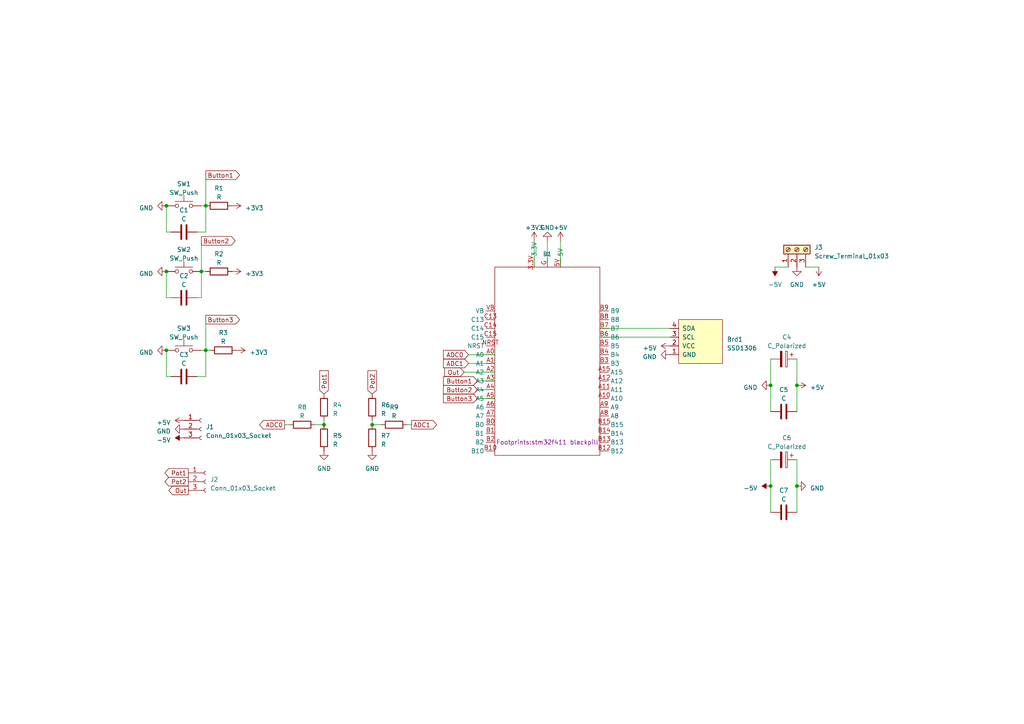
<source format=kicad_sch>
(kicad_sch (version 20230121) (generator eeschema)
  (paper "A4")
  (lib_symbols
    (symbol "Connector:Conn_01x03_Socket" (pin_names (offset 1.016) hide)
      (property "Reference" "J" (at 0 5.08 0))
      (property "Value" "Conn_01x03_Socket" (at 0 -5.08 0))
      (symbol "Conn_01x03_Socket_1_1"
        (arc (start 0 -2.032) (mid -0.5058 -2.54) (end 0 -3.048) (stroke (width 0.1524)))
        (polyline (pts (xy -1.27 -2.54) (xy -0.508 -2.54)) (stroke (width 0.1524)))
        (polyline (pts (xy -1.27 0) (xy -0.508 0)) (stroke (width 0.1524)))
        (polyline (pts (xy -1.27 2.54) (xy -0.508 2.54)) (stroke (width 0.1524)))
        (arc (start 0 0.508) (mid -0.5058 0) (end 0 -0.508) (stroke (width 0.1524)))
        (arc (start 0 3.048) (mid -0.5058 2.54) (end 0 2.032) (stroke (width 0.1524)))
        (pin passive line (at -5.08 2.54 0) (length 3.81) (name "Pin_1") (number "1"))
        (pin passive line (at -5.08 0 0) (length 3.81) (name "Pin_2") (number "2"))
        (pin passive line (at -5.08 -2.54 0) (length 3.81) (name "Pin_3") (number "3"))
      )
    )
    (symbol "Connector:Screw_Terminal_01x03" (pin_names (offset 1.016) hide)
      (property "Reference" "J" (at 0 5.08 0))
      (property "Value" "Screw_Terminal_01x03" (at 0 -5.08 0))
      (symbol "Screw_Terminal_01x03_1_1"
        (rectangle (start -1.27 3.81) (end 1.27 -3.81) (stroke (width 0.254)) (fill (type background)))
        (circle (center 0 -2.54) (radius 0.635) (stroke (width 0.1524)))
        (polyline (pts (xy -0.5334 -2.2098) (xy 0.3302 -3.048)) (stroke (width 0.1524)))
        (polyline (pts (xy -0.5334 0.3302) (xy 0.3302 -0.508)) (stroke (width 0.1524)))
        (polyline (pts (xy -0.5334 2.8702) (xy 0.3302 2.032)) (stroke (width 0.1524)))
        (polyline (pts (xy -0.3556 -2.032) (xy 0.508 -2.8702)) (stroke (width 0.1524)))
        (polyline (pts (xy -0.3556 0.508) (xy 0.508 -0.3302)) (stroke (width 0.1524)))
        (polyline (pts (xy -0.3556 3.048) (xy 0.508 2.2098)) (stroke (width 0.1524)))
        (circle (center 0 0) (radius 0.635) (stroke (width 0.1524)))
        (circle (center 0 2.54) (radius 0.635) (stroke (width 0.1524)))
        (pin passive line (at -5.08 2.54 0) (length 3.81) (name "Pin_1") (number "1"))
        (pin passive line (at -5.08 0 0) (length 3.81) (name "Pin_2") (number "2"))
        (pin passive line (at -5.08 -2.54 0) (length 3.81) (name "Pin_3") (number "3"))
      )
    )
    (symbol "Device:C" (pin_numbers hide) (pin_names (offset 0.254))
      (property "Reference" "C" (at 0.635 2.54 0))
      (property "Value" "C" (at 0.635 -2.54 0))
      (symbol "C_0_1"
        (polyline (pts (xy -2.032 -0.762) (xy 2.032 -0.762)) (stroke (width 0.508)))
        (polyline (pts (xy -2.032 0.762) (xy 2.032 0.762)) (stroke (width 0.508)))
      )
      (symbol "C_1_1"
        (pin passive line (at 0 3.81 270) (length 2.794) (name "~") (number "1"))
        (pin passive line (at 0 -3.81 90) (length 2.794) (name "~") (number "2"))
      )
    )
    (symbol "Device:C_Polarized" (pin_numbers hide) (pin_names (offset 0.254))
      (property "Reference" "C" (at 0.635 2.54 0))
      (property "Value" "C_Polarized" (at 0.635 -2.54 0))
      (symbol "C_Polarized_0_1"
        (rectangle (start -2.286 0.508) (end 2.286 1.016))
        (polyline (pts (xy -1.778 2.286) (xy -0.762 2.286)))
        (polyline (pts (xy -1.27 2.794) (xy -1.27 1.778)))
        (rectangle (start 2.286 -0.508) (end -2.286 -1.016) (fill (type outline)))
      )
      (symbol "C_Polarized_1_1"
        (pin passive line (at 0 3.81 270) (length 2.794) (name "~") (number "1"))
        (pin passive line (at 0 -3.81 90) (length 2.794) (name "~") (number "2"))
      )
    )
    (symbol "Device:R" (pin_numbers hide) (pin_names (offset 0))
      (property "Reference" "R" (at 2.032 0 90))
      (property "Value" "R" (at 0 0 90))
      (symbol "R_0_1"
        (rectangle (start -1.016 -2.54) (end 1.016 2.54) (stroke (width 0.254)))
      )
      (symbol "R_1_1"
        (pin passive line (at 0 3.81 270) (length 1.27) (name "~") (number "1"))
        (pin passive line (at 0 -3.81 90) (length 1.27) (name "~") (number "2"))
      )
    )
    (symbol "Library:SSD1306" (pin_names (offset 1.016))
      (property "Reference" "Brd" (at 0 -3.81 0))
      (property "Value" "SSD1306" (at 0 -1.27 0))
      (symbol "SSD1306_0_1"
        (rectangle (start -6.35 6.35) (end 6.35 -6.35) (fill (type background)))
      )
      (symbol "SSD1306_1_1"
        (pin input line (at -3.81 8.89 270) (length 2.54) (name "GND") (number "1"))
        (pin input line (at -1.27 8.89 270) (length 2.54) (name "VCC") (number "2"))
        (pin input line (at 1.27 8.89 270) (length 2.54) (name "SCL") (number "3"))
        (pin input line (at 3.81 8.89 270) (length 2.54) (name "SDA") (number "4"))
      )
    )
    (symbol "Library:stm32f411_blackpill"
      (property "Reference" "D" (at 0 0 0))
      (symbol "stm32f411_blackpill_0_1"
        (rectangle (start -15.24 55.88) (end 15.24 1.27))
      )
      (symbol "stm32f411_blackpill_1_1"
        (pin power_in line (at -3.81 55.88 90) (length 2.54) (name "3.3V") (number "3.3V"))
        (pin power_in line (at 3.81 55.88 90) (length 2.54) (name "5V") (number "5V"))
        (pin bidirectional line (at -15.24 30.48 180) (length 2.54) (name "A0") (number "A0"))
        (pin bidirectional line (at -15.24 27.94 180) (length 2.54) (name "A1") (number "A1"))
        (pin bidirectional line (at 15.24 17.78 0) (length 2.54) (name "A10") (number "A10"))
        (pin bidirectional line (at 15.24 20.32 0) (length 2.54) (name "A11") (number "A11"))
        (pin bidirectional line (at 15.24 22.86 0) (length 2.54) (name "A12") (number "A12"))
        (pin bidirectional line (at 15.24 25.4 0) (length 2.54) (name "A15") (number "A15"))
        (pin bidirectional line (at -15.24 25.4 180) (length 2.54) (name "A2") (number "A2"))
        (pin bidirectional line (at -15.24 22.86 180) (length 2.54) (name "A3") (number "A3"))
        (pin bidirectional line (at -15.24 20.32 180) (length 2.54) (name "A4") (number "A4"))
        (pin bidirectional line (at -15.24 17.78 180) (length 2.54) (name "A5") (number "A5"))
        (pin bidirectional line (at -15.24 15.24 180) (length 2.54) (name "A6") (number "A6"))
        (pin bidirectional line (at -15.24 12.7 180) (length 2.54) (name "A7") (number "A7"))
        (pin bidirectional line (at 15.24 12.7 0) (length 2.54) (name "A8") (number "A8"))
        (pin bidirectional line (at 15.24 15.24 0) (length 2.54) (name "A9") (number "A9"))
        (pin bidirectional line (at -15.24 10.16 180) (length 2.54) (name "B0") (number "B0"))
        (pin bidirectional line (at -15.24 7.62 180) (length 2.54) (name "B1") (number "B1"))
        (pin bidirectional line (at -15.24 2.54 180) (length 2.54) (name "B10") (number "B10"))
        (pin bidirectional line (at 15.24 2.54 0) (length 2.54) (name "B12") (number "B12"))
        (pin bidirectional line (at 15.24 5.08 0) (length 2.54) (name "B13") (number "B13"))
        (pin bidirectional line (at 15.24 7.62 0) (length 2.54) (name "B14") (number "B14"))
        (pin bidirectional line (at 15.24 10.16 0) (length 2.54) (name "B15") (number "B15"))
        (pin bidirectional line (at -15.24 5.08 180) (length 2.54) (name "B2") (number "B2"))
        (pin bidirectional line (at 15.24 27.94 0) (length 2.54) (name "B3") (number "B3"))
        (pin bidirectional line (at 15.24 30.48 0) (length 2.54) (name "B4") (number "B4"))
        (pin bidirectional line (at 15.24 33.02 0) (length 2.54) (name "B5") (number "B5"))
        (pin bidirectional line (at 15.24 35.56 0) (length 2.54) (name "B6") (number "B6"))
        (pin bidirectional line (at 15.24 38.1 0) (length 2.54) (name "B7") (number "B7"))
        (pin bidirectional line (at 15.24 40.64 0) (length 2.54) (name "B8") (number "B8"))
        (pin bidirectional line (at 15.24 43.18 0) (length 2.54) (name "B9") (number "B9"))
        (pin bidirectional line (at -15.24 40.64 180) (length 2.54) (name "C13") (number "C13"))
        (pin bidirectional line (at -15.24 38.1 180) (length 2.54) (name "C14") (number "C14"))
        (pin bidirectional line (at -15.24 35.56 180) (length 2.54) (name "C15") (number "C15"))
        (pin power_in line (at 0 55.88 90) (length 2.54) (name "G") (number "G"))
        (pin bidirectional line (at -15.24 33.02 180) (length 2.54) (name "NRST") (number "NRST"))
        (pin power_in line (at -15.24 43.18 180) (length 2.54) (name "VB") (number "VB"))
      )
    )
    (symbol "Switch:SW_Push" (pin_numbers hide) (pin_names (offset 1.016) hide)
      (property "Reference" "SW" (at 1.27 2.54 0))
      (property "Value" "SW_Push" (at 0 -1.524 0))
      (symbol "SW_Push_0_1"
        (circle (center -2.032 0) (radius 0.508))
        (polyline (pts (xy 0 1.27) (xy 0 3.048)))
        (polyline (pts (xy 2.54 1.27) (xy -2.54 1.27)))
        (circle (center 2.032 0) (radius 0.508))
        (pin passive line (at -5.08 0 0) (length 2.54) (name "1") (number "1"))
        (pin passive line (at 5.08 0 180) (length 2.54) (name "2") (number "2"))
      )
    )
    (symbol "power:+3V3" (power) (pin_names (offset 0))
      (property "Value" "+3V3" (at 0 3.556 0))
      (symbol "+3V3_0_1"
        (polyline (pts (xy -0.762 1.27) (xy 0 2.54)))
        (polyline (pts (xy 0 0) (xy 0 2.54)))
        (polyline (pts (xy 0 2.54) (xy 0.762 1.27)))
      )
      (symbol "+3V3_1_1"
        (pin power_in line (at 0 0 90) (length 0) hide (name "+3V3") (number "1"))
      )
    )
    (symbol "power:+5V" (power) (pin_names (offset 0))
      (property "Value" "+5V" (at 0 3.556 0))
      (symbol "+5V_0_1"
        (polyline (pts (xy -0.762 1.27) (xy 0 2.54)))
        (polyline (pts (xy 0 0) (xy 0 2.54)))
        (polyline (pts (xy 0 2.54) (xy 0.762 1.27)))
      )
      (symbol "+5V_1_1"
        (pin power_in line (at 0 0 90) (length 0) hide (name "+5V") (number "1"))
      )
    )
    (symbol "power:-5V" (power) (pin_names (offset 0))
      (property "Value" "-5V" (at 0 3.81 0))
      (symbol "-5V_0_0"
        (pin power_in line (at 0 0 90) (length 0) hide (name "-5V") (number "1"))
      )
      (symbol "-5V_0_1"
        (polyline (pts (xy 0 0) (xy 0 1.27) (xy 0.762 1.27) (xy 0 2.54) (xy -0.762 1.27) (xy 0 1.27)) (fill (type outline)))
      )
    )
    (symbol "power:GND" (power) (pin_names (offset 0))
      (property "Value" "GND" (at 0 -3.81 0))
      (symbol "GND_0_1"
        (polyline (pts (xy 0 0) (xy 0 -1.27) (xy 1.27 -1.27) (xy 0 -2.54) (xy -1.27 -1.27) (xy 0 -1.27)))
      )
      (symbol "GND_1_1"
        (pin power_in line (at 0 0 270) (length 0) hide (name "GND") (number "1"))
      )
    )
  )
  (junction (at 223.52 140.97))
  (junction (at 231.14 111.76))
  (junction (at 48.26 78.74))
  (junction (at 231.14 140.97))
  (junction (at 48.26 101.6))
  (junction (at 59.69 101.6))
  (junction (at 48.26 59.69))
  (junction (at 58.42 78.74))
  (junction (at 93.98 123.19))
  (junction (at 223.52 111.76))
  (junction (at 107.95 123.19))
  (junction (at 59.69 59.69))
  (wire (pts (xy 138.43 110.49) (xy 143.51 110.49)))
  (wire (pts (xy 59.69 101.6) (xy 58.42 101.6)))
  (wire (pts (xy 107.95 121.92) (xy 107.95 123.19)))
  (wire (pts (xy 91.44 123.19) (xy 93.98 123.19)))
  (wire (pts (xy 48.26 59.69) (xy 48.26 67.31)))
  (wire (pts (xy 162.56 69.85) (xy 162.56 77.47)))
  (wire (pts (xy 223.52 133.35) (xy 223.52 140.97)))
  (wire (pts (xy 231.14 140.97) (xy 231.14 148.59)))
  (wire (pts (xy 58.42 86.36) (xy 58.42 78.74)))
  (wire (pts (xy 82.55 123.19) (xy 83.82 123.19)))
  (wire (pts (xy 223.52 140.97) (xy 223.52 148.59)))
  (wire (pts (xy 233.68 77.47) (xy 237.49 77.47)))
  (wire (pts (xy 231.14 133.35) (xy 231.14 140.97)))
  (wire (pts (xy 57.15 86.36) (xy 58.42 86.36)))
  (wire (pts (xy 57.15 109.22) (xy 59.69 109.22)))
  (wire (pts (xy 134.62 107.95) (xy 143.51 107.95)))
  (wire (pts (xy 119.38 123.19) (xy 118.11 123.19)))
  (wire (pts (xy 135.89 105.41) (xy 143.51 105.41)))
  (wire (pts (xy 224.79 77.47) (xy 228.6 77.47)))
  (wire (pts (xy 223.52 104.14) (xy 223.52 111.76)))
  (wire (pts (xy 231.14 111.76) (xy 231.14 104.14)))
  (wire (pts (xy 48.26 101.6) (xy 48.26 109.22)))
  (wire (pts (xy 48.26 109.22) (xy 49.53 109.22)))
  (wire (pts (xy 60.96 101.6) (xy 59.69 101.6)))
  (wire (pts (xy 59.69 59.69) (xy 58.42 59.69)))
  (wire (pts (xy 110.49 123.19) (xy 107.95 123.19)))
  (wire (pts (xy 48.26 86.36) (xy 48.26 78.74)))
  (wire (pts (xy 59.69 92.71) (xy 59.69 101.6)))
  (wire (pts (xy 138.43 113.03) (xy 143.51 113.03)))
  (wire (pts (xy 135.89 102.87) (xy 143.51 102.87)))
  (wire (pts (xy 231.14 111.76) (xy 231.14 119.38)))
  (wire (pts (xy 173.99 95.25) (xy 194.31 95.25)))
  (wire (pts (xy 59.69 109.22) (xy 59.69 101.6)))
  (wire (pts (xy 48.26 67.31) (xy 49.53 67.31)))
  (wire (pts (xy 138.43 115.57) (xy 143.51 115.57)))
  (wire (pts (xy 59.69 50.8) (xy 59.69 59.69)))
  (wire (pts (xy 173.99 97.79) (xy 194.31 97.79)))
  (wire (pts (xy 49.53 86.36) (xy 48.26 86.36)))
  (wire (pts (xy 223.52 111.76) (xy 223.52 119.38)))
  (wire (pts (xy 93.98 121.92) (xy 93.98 123.19)))
  (wire (pts (xy 154.94 69.85) (xy 154.94 77.47)))
  (wire (pts (xy 59.69 67.31) (xy 59.69 59.69)))
  (wire (pts (xy 57.15 67.31) (xy 59.69 67.31)))
  (wire (pts (xy 158.75 69.85) (xy 158.75 77.47)))
  (wire (pts (xy 58.42 69.85) (xy 58.42 78.74)))
  (wire (pts (xy 59.69 78.74) (xy 58.42 78.74)))
  (global_label "Button2" (shape input) (at 138.43 113.03 180) (property "Intersheetrefs" "${INTERSHEET_REFS}" (effects hide)))
  (global_label "Out" (shape input) (at 134.62 107.95 180) (property "Intersheetrefs" "${INTERSHEET_REFS}" (effects hide)))
  (global_label "Button2" (shape output) (at 58.42 69.85 0) (property "Intersheetrefs" "${INTERSHEET_REFS}" (effects hide)))
  (global_label "ADC0" (shape output) (at 82.55 123.19 180) (property "Intersheetrefs" "${INTERSHEET_REFS}" (effects hide)))
  (global_label "Pot2" (shape output) (at 54.61 139.7 180) (property "Intersheetrefs" "${INTERSHEET_REFS}" (effects hide)))
  (global_label "Button3" (shape input) (at 138.43 115.57 180) (property "Intersheetrefs" "${INTERSHEET_REFS}" (effects hide)))
  (global_label "Button1" (shape output) (at 59.69 50.8 0) (property "Intersheetrefs" "${INTERSHEET_REFS}" (effects hide)))
  (global_label "ADC1" (shape output) (at 119.38 123.19 0) (property "Intersheetrefs" "${INTERSHEET_REFS}" (effects hide)))
  (global_label "Button3" (shape output) (at 59.69 92.71 0) (property "Intersheetrefs" "${INTERSHEET_REFS}" (effects hide)))
  (global_label "Pot2" (shape input) (at 107.95 114.3 90) (property "Intersheetrefs" "${INTERSHEET_REFS}" (effects hide)))
  (global_label "ADC0" (shape input) (at 135.89 102.87 180) (property "Intersheetrefs" "${INTERSHEET_REFS}" (effects hide)))
  (global_label "Pot1" (shape output) (at 54.61 137.16 180) (property "Intersheetrefs" "${INTERSHEET_REFS}" (effects hide)))
  (global_label "ADC1" (shape input) (at 135.89 105.41 180) (property "Intersheetrefs" "${INTERSHEET_REFS}" (effects hide)))
  (global_label "Button1" (shape input) (at 138.43 110.49 180) (property "Intersheetrefs" "${INTERSHEET_REFS}" (effects hide)))
  (global_label "Pot1" (shape input) (at 93.98 114.3 90) (property "Intersheetrefs" "${INTERSHEET_REFS}" (effects hide)))
  (global_label "Out" (shape output) (at 54.61 142.24 180) (property "Intersheetrefs" "${INTERSHEET_REFS}" (effects hide)))
  (symbol (lib_id "power:GND") (at 48.26 78.74 270) (unit 1)
    (property "Reference" "#PWR022" (effects hide))
    (property "Value" "GND" (at 44.45 79.375 90) (effects (justify right)))
  )
  (symbol (lib_id "power:-5V") (at 53.34 127 90) (unit 1)
    (property "Reference" "#PWR011" (effects hide))
    (property "Value" "-5V" (at 49.53 127.635 90) (effects (justify left)))
  )
  (symbol (lib_id "power:GND") (at 53.34 124.46 270) (unit 1)
    (property "Reference" "#PWR010" (effects hide))
    (property "Value" "GND" (at 49.53 125.095 90) (effects (justify right)))
  )
  (symbol (lib_id "Device:R") (at 87.63 123.19 270) (unit 1)
    (property "Reference" "R8" (at 87.63 118.11 90))
    (property "Value" "R" (at 87.63 120.65 90))
    (property "Footprint" "Resistor_SMD:R_1206_3216Metric_Pad1.30x1.75mm_HandSolder" (effects hide))
  )
  (symbol (lib_id "power:-5V") (at 224.79 77.47 180) (unit 1)
    (property "Reference" "#PWR02" (effects hide))
    (property "Value" "-5V" (at 224.79 82.55 0))
  )
  (symbol (lib_id "Device:C") (at 53.34 67.31 90) (unit 1)
    (property "Reference" "C1" (at 53.34 60.96 90))
    (property "Value" "C" (at 53.34 63.5 90))
    (property "Footprint" "Capacitor_SMD:C_0805_2012Metric_Pad1.18x1.45mm_HandSolder" (effects hide))
  )
  (symbol (lib_id "Device:C_Polarized") (at 227.33 104.14 270) (unit 1)
    (property "Reference" "C4" (at 228.219 97.79 90))
    (property "Value" "C_Polarized" (at 228.219 100.33 90))
    (property "Footprint" "Capacitor_Tantalum_SMD:CP_EIA-3216-18_Kemet-A_Pad1.58x1.35mm_HandSolder" (effects hide))
  )
  (symbol (lib_id "Device:C") (at 53.34 86.36 90) (unit 1)
    (property "Reference" "C2" (at 53.34 80.01 90))
    (property "Value" "C" (at 53.34 82.55 90))
    (property "Footprint" "Capacitor_SMD:C_0805_2012Metric_Pad1.18x1.45mm_HandSolder" (effects hide))
  )
  (symbol (lib_id "Device:R") (at 114.3 123.19 270) (unit 1)
    (property "Reference" "R9" (at 114.3 118.11 90))
    (property "Value" "R" (at 114.3 120.65 90))
    (property "Footprint" "Resistor_SMD:R_1206_3216Metric_Pad1.30x1.75mm_HandSolder" (effects hide))
  )
  (symbol (lib_id "Device:C") (at 53.34 109.22 90) (unit 1)
    (property "Reference" "C3" (at 53.34 102.87 90))
    (property "Value" "C" (at 53.34 105.41 90))
    (property "Footprint" "Capacitor_SMD:C_0805_2012Metric_Pad1.18x1.45mm_HandSolder" (effects hide))
  )
  (symbol (lib_id "power:+3V3") (at 68.58 101.6 270) (unit 1)
    (property "Reference" "#PWR05" (effects hide))
    (property "Value" "+3V3" (at 72.39 102.235 90) (effects (justify left)))
  )
  (symbol (lib_id "Device:R") (at 64.77 101.6 90) (unit 1)
    (property "Reference" "R3" (at 64.77 96.52 90))
    (property "Value" "R" (at 64.77 99.06 90))
    (property "Footprint" "Resistor_SMD:R_1206_3216Metric_Pad1.30x1.75mm_HandSolder" (effects hide))
  )
  (symbol (lib_id "Library:SSD1306") (at 203.2 99.06 90) (unit 1)
    (property "Reference" "Brd1" (at 210.82 98.425 90) (effects (justify right)))
    (property "Value" "SSD1306" (at 210.82 100.965 90) (effects (justify right)))
    (property "Footprint" "Footprints:128x64OLED" (effects hide))
  )
  (symbol (lib_id "Device:C_Polarized") (at 227.33 133.35 270) (unit 1)
    (property "Reference" "C6" (at 228.219 127 90))
    (property "Value" "C_Polarized" (at 228.219 129.54 90))
    (property "Footprint" "Capacitor_Tantalum_SMD:CP_EIA-3216-18_Kemet-A_Pad1.58x1.35mm_HandSolder" (effects hide))
  )
  (symbol (lib_id "power:GND") (at 194.31 102.87 270) (unit 1)
    (property "Reference" "#PWR017" (effects hide))
    (property "Value" "GND" (at 190.5 103.505 90) (effects (justify right)))
  )
  (symbol (lib_id "Library:stm32f411_blackpill") (at 158.75 133.35 0) (unit 1)
    (property "Reference" "D1" (at 158.75 73.66 0))
    (property "Value" "~" (at 158.75 128.27 0))
    (property "Footprint" "Footprints:stm32f411 blackpill" (at 158.75 128.27 0))
  )
  (symbol (lib_id "Device:R") (at 107.95 118.11 0) (unit 1)
    (property "Reference" "R6" (at 110.49 117.475 0) (effects (justify left)))
    (property "Value" "R" (at 110.49 120.015 0) (effects (justify left)))
    (property "Footprint" "Resistor_SMD:R_1206_3216Metric_Pad1.30x1.75mm_HandSolder" (effects hide))
  )
  (symbol (lib_id "power:+5V") (at 162.56 69.85 0) (unit 1)
    (property "Reference" "#PWR07" (effects hide))
    (property "Value" "+5V" (at 162.56 66.04 0))
  )
  (symbol (lib_id "Switch:SW_Push") (at 53.34 59.69 0) (unit 1)
    (property "Reference" "SW1" (at 53.34 53.34 0))
    (property "Value" "SW_Push" (at 53.34 55.88 0))
    (property "Footprint" "Button_Switch_SMD:SW_SPST_SKQG_WithStem" (effects hide))
  )
  (symbol (lib_id "Connector:Conn_01x03_Socket") (at 59.69 139.7 0) (unit 1)
    (property "Reference" "J2" (at 60.96 139.065 0) (effects (justify left)))
    (property "Value" "Conn_01x03_Socket" (at 60.96 141.605 0) (effects (justify left)))
    (property "Footprint" "Connector_PinSocket_2.54mm:PinSocket_1x03_P2.54mm_Vertical" (effects hide))
  )
  (symbol (lib_id "power:+3V3") (at 154.94 69.85 0) (unit 1)
    (property "Reference" "#PWR020" (effects hide))
    (property "Value" "+3V3" (at 154.94 66.04 0))
  )
  (symbol (lib_id "Switch:SW_Push") (at 53.34 101.6 0) (unit 1)
    (property "Reference" "SW3" (at 53.34 95.25 0))
    (property "Value" "SW_Push" (at 53.34 97.79 0))
    (property "Footprint" "Button_Switch_SMD:SW_SPST_SKQG_WithStem" (effects hide))
  )
  (symbol (lib_id "Device:C") (at 227.33 119.38 90) (unit 1)
    (property "Reference" "C5" (at 227.33 113.03 90))
    (property "Value" "C" (at 227.33 115.57 90))
    (property "Footprint" "Capacitor_SMD:C_0805_2012Metric_Pad1.18x1.45mm_HandSolder" (effects hide))
  )
  (symbol (lib_id "power:GND") (at 158.75 69.85 180) (unit 1)
    (property "Reference" "#PWR08" (effects hide))
    (property "Value" "GND" (at 158.75 66.04 0))
  )
  (symbol (lib_id "Connector:Screw_Terminal_01x03") (at 231.14 72.39 90) (unit 1)
    (property "Reference" "J3" (at 236.22 71.755 90) (effects (justify right)))
    (property "Value" "Screw_Terminal_01x03" (at 236.22 74.295 90) (effects (justify right)))
    (property "Footprint" "TerminalBlock:TerminalBlock_bornier-3_P5.08mm" (effects hide))
  )
  (symbol (lib_id "power:GND") (at 223.52 111.76 270) (unit 1)
    (property "Reference" "#PWR013" (effects hide))
    (property "Value" "GND" (at 219.71 112.395 90) (effects (justify right)))
  )
  (symbol (lib_id "power:GND") (at 48.26 101.6 270) (unit 1)
    (property "Reference" "#PWR06" (effects hide))
    (property "Value" "GND" (at 44.45 102.235 90) (effects (justify right)))
  )
  (symbol (lib_id "power:GND") (at 93.98 130.81 0) (unit 1)
    (property "Reference" "#PWR018" (effects hide))
    (property "Value" "GND" (at 93.98 135.89 0))
  )
  (symbol (lib_id "Switch:SW_Push") (at 53.34 78.74 0) (unit 1)
    (property "Reference" "SW2" (at 53.34 72.39 0))
    (property "Value" "SW_Push" (at 53.34 74.93 0))
    (property "Footprint" "Button_Switch_SMD:SW_SPST_SKQG_WithStem" (effects hide))
  )
  (symbol (lib_id "Device:R") (at 107.95 127 180) (unit 1)
    (property "Reference" "R7" (at 110.49 126.365 0) (effects (justify right)))
    (property "Value" "R" (at 110.49 128.905 0) (effects (justify right)))
    (property "Footprint" "Resistor_SMD:R_1206_3216Metric_Pad1.30x1.75mm_HandSolder" (effects hide))
  )
  (symbol (lib_id "power:+3V3") (at 67.31 59.69 270) (unit 1)
    (property "Reference" "#PWR04" (effects hide))
    (property "Value" "+3V3" (at 71.12 60.325 90) (effects (justify left)))
  )
  (symbol (lib_id "power:GND") (at 231.14 77.47 0) (unit 1)
    (property "Reference" "#PWR03" (effects hide))
    (property "Value" "GND" (at 231.14 82.55 0))
  )
  (symbol (lib_id "power:+5V") (at 53.34 121.92 90) (unit 1)
    (property "Reference" "#PWR09" (effects hide))
    (property "Value" "+5V" (at 49.53 122.555 90) (effects (justify left)))
  )
  (symbol (lib_id "Device:R") (at 63.5 78.74 90) (unit 1)
    (property "Reference" "R2" (at 63.5 73.66 90))
    (property "Value" "R" (at 63.5 76.2 90))
    (property "Footprint" "Resistor_SMD:R_1206_3216Metric_Pad1.30x1.75mm_HandSolder" (effects hide))
  )
  (symbol (lib_id "Device:R") (at 93.98 127 180) (unit 1)
    (property "Reference" "R5" (at 96.52 126.365 0) (effects (justify right)))
    (property "Value" "R" (at 96.52 128.905 0) (effects (justify right)))
    (property "Footprint" "Resistor_SMD:R_1206_3216Metric_Pad1.30x1.75mm_HandSolder" (effects hide))
  )
  (symbol (lib_id "Connector:Conn_01x03_Socket") (at 58.42 124.46 0) (unit 1)
    (property "Reference" "J1" (at 59.69 123.825 0) (effects (justify left)))
    (property "Value" "Conn_01x03_Socket" (at 59.69 126.365 0) (effects (justify left)))
    (property "Footprint" "Connector_PinSocket_2.54mm:PinSocket_1x03_P2.54mm_Vertical" (effects hide))
  )
  (symbol (lib_id "Device:R") (at 93.98 118.11 0) (unit 1)
    (property "Reference" "R4" (at 96.52 117.475 0) (effects (justify left)))
    (property "Value" "R" (at 96.52 120.015 0) (effects (justify left)))
    (property "Footprint" "Resistor_SMD:R_1206_3216Metric_Pad1.30x1.75mm_HandSolder" (effects hide))
  )
  (symbol (lib_id "power:+3V3") (at 67.31 78.74 270) (unit 1)
    (property "Reference" "#PWR021" (effects hide))
    (property "Value" "+3V3" (at 71.12 79.375 90) (effects (justify left)))
  )
  (symbol (lib_id "power:GND") (at 48.26 59.69 270) (unit 1)
    (property "Reference" "#PWR023" (effects hide))
    (property "Value" "GND" (at 44.45 60.325 90) (effects (justify right)))
  )
  (symbol (lib_id "power:+5V") (at 231.14 111.76 270) (unit 1)
    (property "Reference" "#PWR012" (effects hide))
    (property "Value" "+5V" (at 234.95 112.395 90) (effects (justify left)))
  )
  (symbol (lib_id "power:-5V") (at 223.52 140.97 90) (unit 1)
    (property "Reference" "#PWR014" (effects hide))
    (property "Value" "-5V" (at 219.71 141.605 90) (effects (justify left)))
  )
  (symbol (lib_id "Device:C") (at 227.33 148.59 270) (mirror x) (unit 1)
    (property "Reference" "C7" (at 227.33 142.24 90))
    (property "Value" "C" (at 227.33 144.78 90))
    (property "Footprint" "Capacitor_SMD:C_0805_2012Metric_Pad1.18x1.45mm_HandSolder" (effects hide))
  )
  (symbol (lib_id "Device:R") (at 63.5 59.69 90) (unit 1)
    (property "Reference" "R1" (at 63.5 54.61 90))
    (property "Value" "R" (at 63.5 57.15 90))
    (property "Footprint" "Resistor_SMD:R_1206_3216Metric_Pad1.30x1.75mm_HandSolder" (effects hide))
  )
  (symbol (lib_id "power:GND") (at 107.95 130.81 0) (unit 1)
    (property "Reference" "#PWR019" (effects hide))
    (property "Value" "GND" (at 107.95 135.89 0))
  )
  (symbol (lib_id "power:GND") (at 231.14 140.97 90) (unit 1)
    (property "Reference" "#PWR015" (effects hide))
    (property "Value" "GND" (at 234.95 141.605 90) (effects (justify right)))
  )
  (symbol (lib_id "power:+5V") (at 194.31 100.33 90) (unit 1)
    (property "Reference" "#PWR016" (effects hide))
    (property "Value" "+5V" (at 190.5 100.965 90) (effects (justify left)))
  )
  (symbol (lib_id "power:+5V") (at 237.49 77.47 180) (unit 1)
    (property "Reference" "#PWR01" (effects hide))
    (property "Value" "+5V" (at 237.49 82.55 0))
  )
)
</source>
